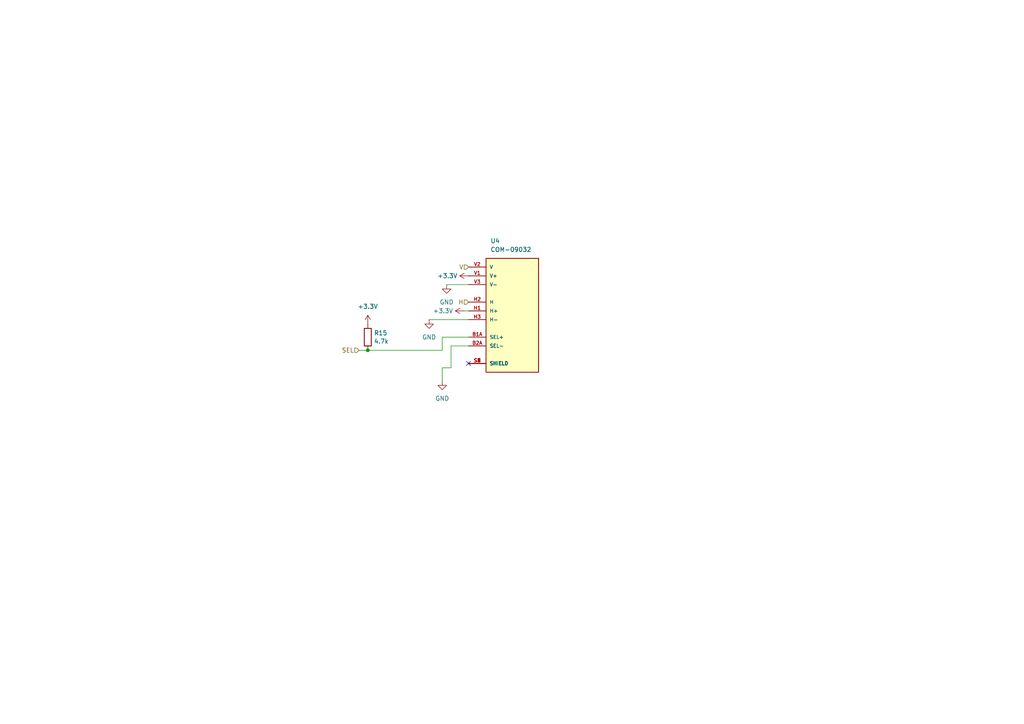
<source format=kicad_sch>
(kicad_sch (version 20231120) (generator "eeschema") (generator_version "8.0")
  (paper "A4")
  (lib_symbols
    (symbol "+3.3V_3" (power) (pin_names (offset 0))
      (property "Value" "+3.3V_3" (at 0 3.556 0))
      (symbol "+3.3V_3_0_1"
        (polyline (pts (xy -0.762 1.27) (xy 0 2.54)))
        (polyline (pts (xy 0 0) (xy 0 2.54)))
        (polyline (pts (xy 0 2.54) (xy 0.762 1.27)))
      )
      (symbol "+3.3V_3_1_1"
        (pin power_in line (at 0 0 90) (length 0) hide (name "+3.3V") (number "1"))
      )
    )
    (symbol "Device:R" (pin_numbers hide) (pin_names (offset 0))
      (property "Reference" "R" (at 2.032 0 90))
      (property "Value" "R" (at 0 0 90))
      (symbol "R_0_1"
        (rectangle (start -1.016 -2.54) (end 1.016 2.54) (stroke (width 0.254)))
      )
      (symbol "R_1_1"
        (pin passive line (at 0 3.81 270) (length 1.27) (name "~") (number "1"))
        (pin passive line (at 0 -3.81 90) (length 1.27) (name "~") (number "2"))
      )
    )
    (symbol "POT-COM-09032:COM-09032" (pin_names (offset 1.016))
      (property "Reference" "U" (at -7.62 16.002 0))
      (property "Value" "COM-09032" (at -7.62 -20.32 0))
      (symbol "COM-09032_0_0"
        (rectangle (start -7.62 -17.78) (end 7.62 15.24) (stroke (width 0.254)) (fill (type background)))
        (pin passive line (at -12.7 -7.62 0) (length 5.08) (name "SEL+") (number "B1A"))
        (pin passive line (at -12.7 -10.16 0) (length 5.08) (name "SEL-") (number "B2A"))
        (pin passive line (at -12.7 0 0) (length 5.08) (name "H+") (number "H1"))
        (pin passive line (at -12.7 2.54 0) (length 5.08) (name "H") (number "H2"))
        (pin passive line (at -12.7 -2.54 0) (length 5.08) (name "H-") (number "H3"))
        (pin passive line (at -12.7 -15.24 0) (length 5.08) (name "SHIELD") (number "S1"))
        (pin passive line (at -12.7 -15.24 0) (length 5.08) (name "SHIELD") (number "S2"))
        (pin passive line (at -12.7 -15.24 0) (length 5.08) (name "SHIELD") (number "S3"))
        (pin passive line (at -12.7 -15.24 0) (length 5.08) (name "SHIELD") (number "S4"))
        (pin passive line (at -12.7 10.16 0) (length 5.08) (name "V+") (number "V1"))
        (pin passive line (at -12.7 12.7 0) (length 5.08) (name "V") (number "V2"))
        (pin passive line (at -12.7 7.62 0) (length 5.08) (name "V-") (number "V3"))
      )
    )
    (symbol "power:GND" (power) (pin_names (offset 0))
      (property "Value" "GND" (at 0 -3.81 0))
      (symbol "GND_0_1"
        (polyline (pts (xy 0 0) (xy 0 -1.27) (xy 1.27 -1.27) (xy 0 -2.54) (xy -1.27 -1.27) (xy 0 -1.27)))
      )
      (symbol "GND_1_1"
        (pin power_in line (at 0 0 270) (length 0) hide (name "GND") (number "1"))
      )
    )
  )
  (junction (at 106.68 101.6))
  (no_connect (at 135.89 105.41))
  (wire (pts (xy 130.81 100.33) (xy 135.89 100.33)))
  (wire (pts (xy 106.68 101.6) (xy 128.27 101.6)))
  (wire (pts (xy 104.14 101.6) (xy 106.68 101.6)))
  (wire (pts (xy 124.46 92.71) (xy 135.89 92.71)))
  (wire (pts (xy 128.27 110.49) (xy 128.27 106.68)))
  (wire (pts (xy 130.81 106.68) (xy 130.81 100.33)))
  (wire (pts (xy 134.62 90.17) (xy 135.89 90.17)))
  (wire (pts (xy 128.27 101.6) (xy 128.27 97.79)))
  (wire (pts (xy 128.27 106.68) (xy 130.81 106.68)))
  (wire (pts (xy 129.54 82.55) (xy 135.89 82.55)))
  (wire (pts (xy 128.27 97.79) (xy 135.89 97.79)))
  (hierarchical_label "V" (shape input) (at 135.89 77.47 180))
  (hierarchical_label "H" (shape input) (at 135.89 87.63 180))
  (hierarchical_label "SEL" (shape input) (at 104.14 101.6 180))
  (symbol (lib_id "POT-COM-09032:COM-09032") (at 148.59 90.17 0) (unit 1)
    (property "Reference" "U4" (at 142.24 69.85 0) (effects (justify left)))
    (property "Value" "COM-09032" (at 142.24 72.39 0) (effects (justify left)))
    (property "Footprint" "GL_Diverse:POT-COM-09032" (effects (hide yes)))
    (property "Description" "\nJoystick, 2 - Axis Analog (Resistive) Output\n" (effects (hide yes)))
    (property "MF" "SparkFun Electronics" (effects (hide yes)))
    (property "MAXIMUM_PACKAGE_HEIGHT" "30.1mm" (effects (hide yes)))
    (property "Package" "Package" (effects (hide yes)))
    (property "Price" "None" (effects (hide yes)))
    (property "Check_prices" "https://www.snapeda.com/parts/COM-09032/SparkFun+Electronics/view-part/?ref=eda" (effects (hide yes)))
    (property "STANDARD" "Manufacturer Recommendations" (effects (hide yes)))
    (property "PARTREV" "N/A" (effects (hide yes)))
    (property "SnapEDA_Link" "https://www.snapeda.com/parts/COM-09032/SparkFun+Electronics/view-part/?ref=snap" (effects (hide yes)))
    (property "MP" "COM-09032" (effects (hide yes)))
    (property "Purchase-URL" "https://www.snapeda.com/api/url_track_click_mouser/?unipart_id=888157&manufacturer=SparkFun Electronics&part_name=COM-09032&search_term=None" (effects (hide yes)))
    (property "Availability" "In Stock" (effects (hide yes)))
    (property "MANUFACTURER" "SparkFun Electronics" (effects (hide yes)))
    (property "LINK" "https://www.digikey.com/en/products/detail/sparkfun-electronics/COM-09032/6823623" (effects (hide yes)))
    (instances (project "CONTROL WIFI ESP32 S3 V4.0" (path "" (reference "U4") (unit 1)) (path "" (reference "U5") (unit 1))))
  )
  (symbol (lib_id "power:GND") (at 129.54 82.55 0) (unit 1)
    (property "Reference" "#PWR021" (effects (hide yes)))
    (property "Value" "GND" (at 129.54 87.63 0))
    (instances (project "CONTROL WIFI ESP32 S3 V4.0" (path "" (reference "#PWR021") (unit 1)) (path "" (reference "#PWR014") (unit 1))))
  )
  (symbol (lib_id "Device:R") (at 106.68 97.79 180) (unit 1)
    (property "Reference" "R15" (at 108.458 96.5778 0) (effects (justify right)))
    (property "Value" "4.7k" (at 108.458 99.0021 0) (effects (justify right)))
    (property "Footprint" "Resistor_SMD:R_0603_1608Metric" (effects (hide yes)))
    (property "LINK" "https://www.digikey.com/en/products/detail/vishay-dale/CRCW08054K70FKEAC/7928553" (effects (hide yes)))
    (instances (project "CONTROL WIFI ESP32 S3 V4.0" (path "" (reference "R15") (unit 1)) (path "" (reference "R3") (unit 1))))
  )
  (symbol (lib_id "power:GND") (at 128.27 110.49 0) (unit 1)
    (property "Reference" "#PWR019" (effects (hide yes)))
    (property "Value" "GND" (at 128.27 115.57 0))
    (instances (project "CONTROL WIFI ESP32 S3 V4.0" (path "" (reference "#PWR019") (unit 1)) (path "" (reference "#PWR016") (unit 1))))
  )
  (symbol (lib_name "+3.3V_3") (lib_id "power:+3.3V") (at 134.62 90.17 90) (unit 1)
    (property "Reference" "#PWR022" (effects (hide yes)))
    (property "Value" "+3.3V" (at 131.445 90.17 90) (effects (justify left)))
    (instances (project "CONTROL WIFI ESP32 S3 V4.0" (path "" (reference "#PWR022") (unit 1)) (path "" (reference "#PWR012") (unit 1))))
  )
  (symbol (lib_name "+3.3V_3") (lib_id "power:+3.3V") (at 135.89 80.01 90) (unit 1)
    (property "Reference" "#PWR040" (effects (hide yes)))
    (property "Value" "+3.3V" (at 132.715 80.01 90) (effects (justify left)))
    (instances (project "CONTROL WIFI ESP32 S3 V4.0" (path "" (reference "#PWR040") (unit 1)) (path "" (reference "#PWR013") (unit 1))))
  )
  (symbol (lib_id "power:GND") (at 124.46 92.71 0) (unit 1)
    (property "Reference" "#PWR018" (effects (hide yes)))
    (property "Value" "GND" (at 124.46 97.79 0))
    (instances (project "CONTROL WIFI ESP32 S3 V4.0" (path "" (reference "#PWR018") (unit 1)) (path "" (reference "#PWR015") (unit 1))))
  )
  (symbol (lib_name "+3.3V_3") (lib_id "power:+3.3V") (at 106.68 93.98 0) (unit 1)
    (property "Reference" "#PWR017" (effects (hide yes)))
    (property "Value" "+3.3V" (at 106.68 88.9 0))
    (instances (project "CONTROL WIFI ESP32 S3 V4.0" (path "" (reference "#PWR017") (unit 1)) (path "" (reference "#PWR07") (unit 1))))
  )
)
</source>
